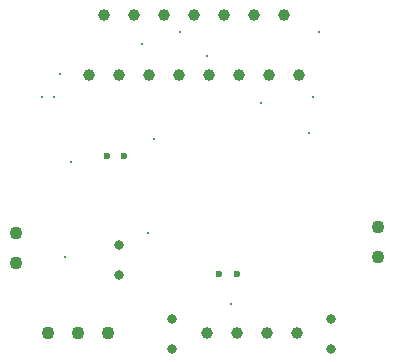
<source format=gbr>
%TF.GenerationSoftware,KiCad,Pcbnew,9.0.4*%
%TF.CreationDate,2025-09-01T01:35:35+05:30*%
%TF.ProjectId,L298,4c323938-2e6b-4696-9361-645f70636258,rev?*%
%TF.SameCoordinates,Original*%
%TF.FileFunction,Plated,1,2,PTH,Drill*%
%TF.FilePolarity,Positive*%
%FSLAX46Y46*%
G04 Gerber Fmt 4.6, Leading zero omitted, Abs format (unit mm)*
G04 Created by KiCad (PCBNEW 9.0.4) date 2025-09-01 01:35:35*
%MOMM*%
%LPD*%
G01*
G04 APERTURE LIST*
%TA.AperFunction,ViaDrill*%
%ADD10C,0.300000*%
%TD*%
%TA.AperFunction,ComponentDrill*%
%ADD11C,0.600000*%
%TD*%
%TA.AperFunction,ComponentDrill*%
%ADD12C,0.800000*%
%TD*%
%TA.AperFunction,ComponentDrill*%
%ADD13C,1.000000*%
%TD*%
%TA.AperFunction,ComponentDrill*%
%ADD14C,1.100000*%
%TD*%
G04 APERTURE END LIST*
D10*
X157000000Y-65000000D03*
X158000000Y-65000000D03*
X158500000Y-63000000D03*
X159000000Y-78500000D03*
X159500000Y-70500000D03*
X165500000Y-60500000D03*
X166000000Y-76500000D03*
X166500000Y-68500000D03*
X168703057Y-59499000D03*
X171000000Y-61500000D03*
X173000000Y-82500000D03*
X175531000Y-65500000D03*
X179600000Y-68000000D03*
X180000000Y-65000000D03*
X180500000Y-59500000D03*
D11*
%TO.C,C1*%
X162500000Y-70000000D03*
X164000000Y-70000000D03*
%TO.C,C2*%
X172000000Y-80000000D03*
X173500000Y-80000000D03*
D12*
%TO.C,JP3*%
X163500000Y-77500000D03*
X163500000Y-80040000D03*
%TO.C,JP1*%
X168000000Y-83750000D03*
X168000000Y-86290000D03*
%TO.C,JP2*%
X181500000Y-83750000D03*
X181500000Y-86290000D03*
D13*
%TO.C,U1*%
X161030000Y-63080000D03*
X162300000Y-58000000D03*
X163570000Y-63080000D03*
X164840000Y-58000000D03*
X166110000Y-63080000D03*
X167380000Y-58000000D03*
X168650000Y-63080000D03*
X169920000Y-58000000D03*
%TO.C,J5*%
X170960000Y-85000000D03*
%TO.C,U1*%
X171190000Y-63080000D03*
X172460000Y-58000000D03*
%TO.C,J5*%
X173500000Y-85000000D03*
%TO.C,U1*%
X173730000Y-63080000D03*
X175000000Y-58000000D03*
%TO.C,J5*%
X176040000Y-85000000D03*
%TO.C,U1*%
X176270000Y-63080000D03*
X177540000Y-58000000D03*
%TO.C,J5*%
X178580000Y-85000000D03*
%TO.C,U1*%
X178810000Y-63080000D03*
D14*
%TO.C,J1*%
X154807500Y-76460000D03*
X154807500Y-79000000D03*
%TO.C,J3*%
X157500000Y-85000000D03*
X160040000Y-85000000D03*
X162580000Y-85000000D03*
%TO.C,J2*%
X185500000Y-76000000D03*
X185500000Y-78540000D03*
M02*

</source>
